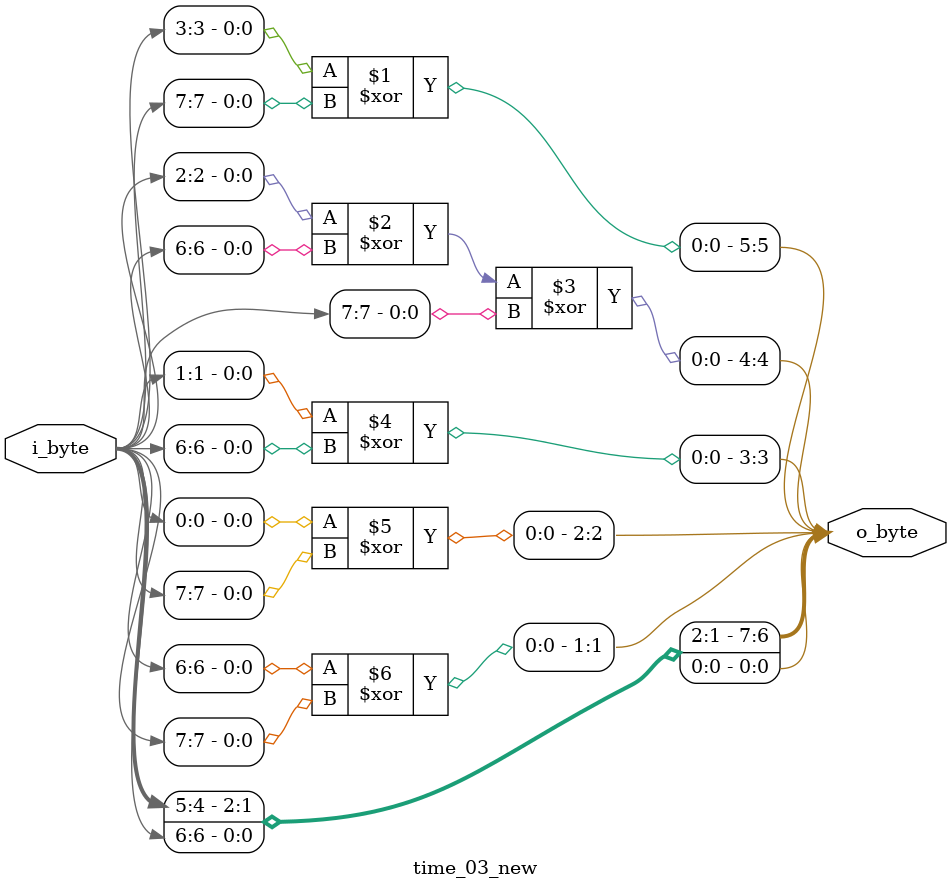
<source format=v>
/*------------------------------------------------------------------------------
 -- Project     : CL60010
 -------------------------------------------------------------------------------
 -- File        : time_03_new.v
 -- Author      : Gianfranco Barbiani.
 -- Originator  : Clariphy Argentina S.A. 
 -- Date        : Apr 15, 2014
 --
 -- Rev 0       : Initial release.
 --
 --
 -- $Id: time_03_new.v 10146 2016-12-20 19:14:02Z gbarbiani $
 -------------------------------------------------------------------------------
 -- Description : This module implements the product between an input Galois
    Finite {2^8} element and a fixed element {02} of the same field.
 -------------------------------------------------------------------------------
 -- Copyright (C) 2016 ClariPhy Argentina S.A.  All rights reserved 
 ------------------------------------------------------------------------------*/

module time_03_new
#(
    // PARAMETERS.
    parameter                                   NB_BYTE     = 8
)
(
    // OUTPUTS.
    output  wire    [NB_BYTE - 1 : 0]           o_byte ,
    // INPUTS.
    input   wire    [NB_BYTE - 1 : 0]           i_byte
) ;


    // LOCAL PARAMETERS.
    localparam                                  BAD_CONF    = ( NB_BYTE != 8 ) ;

    // INTERNAL SIGNALS.
    // None so far.


    // ALGORITHM BEGIN.

    assign  o_byte[7]   =   i_byte[5];
    assign  o_byte[6]   =   i_byte[4];
    assign  o_byte[5]   =   i_byte[3] ^ i_byte[7];
    assign  o_byte[4]   =   i_byte[2] ^ i_byte[6] ^ i_byte[7];
    assign  o_byte[3]   =   i_byte[1] ^ i_byte[6];
    assign  o_byte[2]   =   i_byte[0] ^ i_byte[7];
    assign  o_byte[1]   =   i_byte[6] ^ i_byte[7];
    assign  o_byte[0]   =   i_byte[6];

endmodule   // time_03_new
</source>
